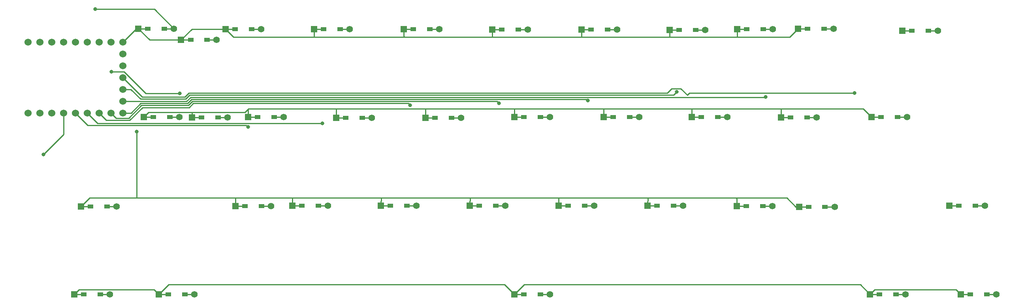
<source format=gbr>
G04 #@! TF.GenerationSoftware,KiCad,Pcbnew,7.0.8*
G04 #@! TF.CreationDate,2024-07-14T10:46:29+09:00*
G04 #@! TF.ProjectId,cool336_pcb,636f6f6c-3333-4365-9f70-63622e6b6963,rev?*
G04 #@! TF.SameCoordinates,Original*
G04 #@! TF.FileFunction,Copper,L1,Top*
G04 #@! TF.FilePolarity,Positive*
%FSLAX46Y46*%
G04 Gerber Fmt 4.6, Leading zero omitted, Abs format (unit mm)*
G04 Created by KiCad (PCBNEW 7.0.8) date 2024-07-14 10:46:29*
%MOMM*%
%LPD*%
G01*
G04 APERTURE LIST*
G04 #@! TA.AperFunction,ComponentPad*
%ADD10R,1.397000X1.397000*%
G04 #@! TD*
G04 #@! TA.AperFunction,SMDPad,CuDef*
%ADD11R,1.300000X0.950000*%
G04 #@! TD*
G04 #@! TA.AperFunction,ComponentPad*
%ADD12C,1.397000*%
G04 #@! TD*
G04 #@! TA.AperFunction,ComponentPad*
%ADD13C,1.524000*%
G04 #@! TD*
G04 #@! TA.AperFunction,ViaPad*
%ADD14C,0.800000*%
G04 #@! TD*
G04 #@! TA.AperFunction,Conductor*
%ADD15C,0.250000*%
G04 #@! TD*
G04 APERTURE END LIST*
D10*
X36410000Y-46420000D03*
D11*
X38445000Y-46420000D03*
X41995000Y-46420000D03*
D12*
X44030000Y-46420000D03*
D10*
X3370000Y-46440000D03*
D11*
X5405000Y-46440000D03*
X8955000Y-46440000D03*
D12*
X10990000Y-46440000D03*
D10*
X105690000Y-46310000D03*
D11*
X107725000Y-46310000D03*
X111275000Y-46310000D03*
D12*
X113310000Y-46310000D03*
D10*
X124740000Y-46330000D03*
D11*
X126775000Y-46330000D03*
X130325000Y-46330000D03*
D12*
X132360000Y-46330000D03*
D10*
X157220000Y-46540000D03*
D11*
X159255000Y-46540000D03*
X162805000Y-46540000D03*
D12*
X164840000Y-46540000D03*
D10*
X24800000Y-10660000D03*
D11*
X26835000Y-10660000D03*
X30385000Y-10660000D03*
D12*
X32420000Y-10660000D03*
D10*
X58070000Y-27380000D03*
D11*
X60105000Y-27380000D03*
X63655000Y-27380000D03*
D12*
X65690000Y-27380000D03*
D10*
X172455000Y-65320000D03*
D11*
X174490000Y-65320000D03*
X178040000Y-65320000D03*
D12*
X180075000Y-65320000D03*
D10*
X27110000Y-27310000D03*
D11*
X29145000Y-27310000D03*
X32695000Y-27310000D03*
D12*
X34730000Y-27310000D03*
D10*
X16825000Y-27230000D03*
D11*
X18860000Y-27230000D03*
X22410000Y-27230000D03*
D12*
X24445000Y-27230000D03*
D10*
X179355000Y-8710000D03*
D11*
X181390000Y-8710000D03*
X184940000Y-8710000D03*
D12*
X186975000Y-8710000D03*
D10*
X115320000Y-27230000D03*
D11*
X117355000Y-27230000D03*
X120905000Y-27230000D03*
D12*
X122940000Y-27230000D03*
D10*
X143950000Y-8350000D03*
D11*
X145985000Y-8350000D03*
X149535000Y-8350000D03*
D12*
X151570000Y-8350000D03*
D10*
X53290000Y-8360000D03*
D11*
X55325000Y-8360000D03*
X58875000Y-8360000D03*
D12*
X60910000Y-8360000D03*
D10*
X15645000Y-8240000D03*
D11*
X17680000Y-8240000D03*
X21230000Y-8240000D03*
D12*
X23265000Y-8240000D03*
D10*
X96230000Y-27250000D03*
D11*
X98265000Y-27250000D03*
X101815000Y-27250000D03*
D12*
X103850000Y-27250000D03*
D10*
X91460000Y-8450000D03*
D11*
X93495000Y-8450000D03*
X97045000Y-8450000D03*
D12*
X99080000Y-8450000D03*
D10*
X96250000Y-65370000D03*
D11*
X98285000Y-65370000D03*
X101835000Y-65370000D03*
D12*
X103870000Y-65370000D03*
D10*
X20035000Y-65330000D03*
D11*
X22070000Y-65330000D03*
X25620000Y-65330000D03*
D12*
X27655000Y-65330000D03*
D10*
X129530000Y-8540000D03*
D11*
X131565000Y-8540000D03*
X135115000Y-8540000D03*
D12*
X137150000Y-8540000D03*
D10*
X34340000Y-8360000D03*
D11*
X36375000Y-8360000D03*
X39925000Y-8360000D03*
D12*
X41960000Y-8360000D03*
D10*
X153380000Y-27350000D03*
D11*
X155415000Y-27350000D03*
X158965000Y-27350000D03*
D12*
X161000000Y-27350000D03*
D10*
X172745000Y-27270000D03*
D11*
X174780000Y-27270000D03*
X178330000Y-27270000D03*
D12*
X180365000Y-27270000D03*
D10*
X110610000Y-8480000D03*
D11*
X112645000Y-8480000D03*
X116195000Y-8480000D03*
D12*
X118230000Y-8480000D03*
D10*
X39140000Y-27230000D03*
D11*
X41175000Y-27230000D03*
X44725000Y-27230000D03*
D12*
X46760000Y-27230000D03*
D10*
X134230000Y-27260000D03*
D11*
X136265000Y-27260000D03*
X139815000Y-27260000D03*
D12*
X141850000Y-27260000D03*
D10*
X143850000Y-46340000D03*
D11*
X145885000Y-46340000D03*
X149435000Y-46340000D03*
D12*
X151470000Y-46340000D03*
D10*
X189430000Y-46320000D03*
D11*
X191465000Y-46320000D03*
X195015000Y-46320000D03*
D12*
X197050000Y-46320000D03*
D10*
X1930000Y-65310000D03*
D11*
X3965000Y-65310000D03*
X7515000Y-65310000D03*
D12*
X9550000Y-65310000D03*
D10*
X157040000Y-8250000D03*
D11*
X159075000Y-8250000D03*
X162625000Y-8250000D03*
D12*
X164660000Y-8250000D03*
D10*
X191920000Y-65370000D03*
D11*
X193955000Y-65370000D03*
X197505000Y-65370000D03*
D12*
X199540000Y-65370000D03*
D10*
X67630000Y-46310000D03*
D11*
X69665000Y-46310000D03*
X73215000Y-46310000D03*
D12*
X75250000Y-46310000D03*
D10*
X72500000Y-8400000D03*
D11*
X74535000Y-8400000D03*
X78085000Y-8400000D03*
D12*
X80120000Y-8400000D03*
D10*
X48670000Y-46320000D03*
D11*
X50705000Y-46320000D03*
X54255000Y-46320000D03*
D12*
X56290000Y-46320000D03*
D10*
X77140000Y-27380000D03*
D11*
X79175000Y-27380000D03*
X82725000Y-27380000D03*
D12*
X84760000Y-27380000D03*
D10*
X86670000Y-46300000D03*
D11*
X88705000Y-46300000D03*
X92255000Y-46300000D03*
D12*
X94290000Y-46300000D03*
D13*
X-8030000Y-26370000D03*
X-5490000Y-26370000D03*
X-2950000Y-26370000D03*
X-410000Y-26370000D03*
X2130000Y-26370000D03*
X4670000Y-26370000D03*
X7210000Y-26370000D03*
X9750000Y-26370000D03*
X12290000Y-26370000D03*
X12290000Y-23830000D03*
X12290000Y-21290000D03*
X12290000Y-18750000D03*
X12290000Y-16210000D03*
X12290000Y-13670000D03*
X12290000Y-11130000D03*
X9750000Y-11130000D03*
X7210000Y-11130000D03*
X4670000Y-11130000D03*
X2130000Y-11130000D03*
X-410000Y-11130000D03*
X-2950000Y-11130000D03*
X-5490000Y-11130000D03*
X-8030000Y-11130000D03*
D14*
X-4710000Y-35260000D03*
X24470000Y-22150000D03*
X9820000Y-17530000D03*
X39126250Y-29383750D03*
X15270000Y-30340000D03*
X6405000Y-4030000D03*
X55110000Y-28560000D03*
X73877500Y-24670000D03*
X92927500Y-24290000D03*
X111977500Y-23730000D03*
X169130000Y-22110000D03*
X131027500Y-21850000D03*
X150077500Y-22910000D03*
D15*
X-410000Y-30960000D02*
X-4710000Y-35260000D01*
X-410000Y-26370000D02*
X-410000Y-30960000D01*
X17220474Y-22150000D02*
X24470000Y-22150000D01*
X9820000Y-17530000D02*
X12600474Y-17530000D01*
X12600474Y-17530000D02*
X17220474Y-22150000D01*
X38752500Y-29010000D02*
X39126250Y-29383750D01*
X4770000Y-29010000D02*
X38752500Y-29010000D01*
X2130000Y-26370000D02*
X4770000Y-29010000D01*
X36440000Y-44640000D02*
X15260000Y-44640000D01*
X15270000Y-30340000D02*
X15270000Y-44630000D01*
X15270000Y-44630000D02*
X15260000Y-44640000D01*
X15260000Y-44640000D02*
X5170000Y-44640000D01*
X12290000Y-11130000D02*
X15180000Y-8240000D01*
X15180000Y-8240000D02*
X15645000Y-8240000D01*
X23265000Y-8240000D02*
X19055000Y-4030000D01*
X19055000Y-4030000D02*
X6405000Y-4030000D01*
X15645000Y-8240000D02*
X18065000Y-10660000D01*
X18065000Y-10660000D02*
X24800000Y-10660000D01*
X23265000Y-8240000D02*
X21230000Y-8240000D01*
X15645000Y-8240000D02*
X17680000Y-8240000D01*
X16825000Y-27230000D02*
X18860000Y-27230000D01*
X24445000Y-27230000D02*
X22410000Y-27230000D01*
X34730000Y-27310000D02*
X32695000Y-27310000D01*
X27110000Y-27310000D02*
X29145000Y-27310000D01*
X17843407Y-26211593D02*
X27100000Y-26211593D01*
X27100000Y-26211593D02*
X38438407Y-26211593D01*
X27110000Y-27310000D02*
X27110000Y-26221593D01*
X27110000Y-26221593D02*
X27100000Y-26211593D01*
X16825000Y-27230000D02*
X17843407Y-26211593D01*
X38438407Y-26211593D02*
X39140000Y-25510000D01*
X6860000Y-28560000D02*
X55110000Y-28560000D01*
X55110000Y-28560000D02*
X55120000Y-28560000D01*
X4670000Y-26370000D02*
X6860000Y-28560000D01*
X8747000Y-27907000D02*
X13785792Y-27907000D01*
X7210000Y-26370000D02*
X8747000Y-27907000D01*
X13785792Y-27907000D02*
X16512792Y-25180000D01*
X16512792Y-25180000D02*
X26539188Y-25180000D01*
X26539188Y-25180000D02*
X27399188Y-24320000D01*
X73527500Y-24320000D02*
X73877500Y-24670000D01*
X27399188Y-24320000D02*
X73527500Y-24320000D01*
X9750000Y-26370000D02*
X10837000Y-27457000D01*
X10837000Y-27457000D02*
X13599396Y-27457000D01*
X13599396Y-27457000D02*
X16326396Y-24730000D01*
X16326396Y-24730000D02*
X26352792Y-24730000D01*
X26352792Y-24730000D02*
X27212792Y-23870000D01*
X27212792Y-23870000D02*
X92507500Y-23870000D01*
X92507500Y-23870000D02*
X92927500Y-24290000D01*
X16140000Y-24280000D02*
X26166396Y-24280000D01*
X12290000Y-26370000D02*
X14050000Y-26370000D01*
X26166396Y-24280000D02*
X27026396Y-23420000D01*
X27026396Y-23420000D02*
X111667500Y-23420000D01*
X14050000Y-26370000D02*
X16140000Y-24280000D01*
X111667500Y-23420000D02*
X111977500Y-23730000D01*
X172745000Y-27270000D02*
X170975000Y-25500000D01*
X170975000Y-25500000D02*
X153380000Y-25500000D01*
X172745000Y-27270000D02*
X174780000Y-27270000D01*
X180365000Y-27270000D02*
X178330000Y-27270000D01*
X24230000Y-22930000D02*
X25607208Y-22930000D01*
X133290000Y-22520000D02*
X133700000Y-22110000D01*
X133700000Y-22110000D02*
X169130000Y-22110000D01*
X128950000Y-22070000D02*
X129895000Y-21125000D01*
X26467208Y-22070000D02*
X64350000Y-22070000D01*
X16200000Y-22660000D02*
X16470000Y-22930000D01*
X129895000Y-21125000D02*
X131895000Y-21125000D01*
X12290000Y-18750000D02*
X16200000Y-22660000D01*
X16470000Y-22930000D02*
X24230000Y-22930000D01*
X25607208Y-22930000D02*
X26467208Y-22070000D01*
X64350000Y-22070000D02*
X128950000Y-22070000D01*
X131895000Y-21125000D02*
X133290000Y-22520000D01*
X12290000Y-21290000D02*
X14040000Y-21290000D01*
X14040000Y-21290000D02*
X16130000Y-23380000D01*
X16130000Y-23380000D02*
X25793604Y-23380000D01*
X25793604Y-23380000D02*
X26653604Y-22520000D01*
X26653604Y-22520000D02*
X130357500Y-22520000D01*
X130357500Y-22520000D02*
X131027500Y-21850000D01*
X12290000Y-23830000D02*
X25980000Y-23830000D01*
X25980000Y-23830000D02*
X26840000Y-22970000D01*
X155220000Y-10070000D02*
X143970000Y-10070000D01*
X143970000Y-10070000D02*
X129410000Y-10070000D01*
X143950000Y-8350000D02*
X143950000Y-10050000D01*
X143950000Y-10050000D02*
X143970000Y-10070000D01*
X110710000Y-10070000D02*
X129410000Y-10070000D01*
X129410000Y-10070000D02*
X129530000Y-10070000D01*
X157040000Y-8250000D02*
X155220000Y-10070000D01*
X179355000Y-8710000D02*
X181390000Y-8710000D01*
X186975000Y-8710000D02*
X184940000Y-8710000D01*
X143850000Y-46340000D02*
X143850000Y-44790000D01*
X143850000Y-44790000D02*
X143700000Y-44640000D01*
X157220000Y-46540000D02*
X156521500Y-46540000D01*
X156521500Y-46540000D02*
X154621500Y-44640000D01*
X154621500Y-44640000D02*
X143700000Y-44640000D01*
X185650000Y-64301593D02*
X173473407Y-64301593D01*
X190851593Y-64301593D02*
X185650000Y-64301593D01*
X197050000Y-46320000D02*
X195015000Y-46320000D01*
X189430000Y-46320000D02*
X191465000Y-46320000D01*
X20035000Y-65330000D02*
X18996593Y-64291593D01*
X18996593Y-64291593D02*
X2948407Y-64291593D01*
X2948407Y-64291593D02*
X1930000Y-65310000D01*
X96250000Y-65370000D02*
X94112535Y-63232535D01*
X94112535Y-63232535D02*
X22132465Y-63232535D01*
X22132465Y-63232535D02*
X20035000Y-65330000D01*
X172455000Y-65320000D02*
X170397535Y-63262535D01*
X98357465Y-63262535D02*
X96250000Y-65370000D01*
X170397535Y-63262535D02*
X98357465Y-63262535D01*
X191920000Y-65370000D02*
X190851593Y-64301593D01*
X173473407Y-64301593D02*
X172455000Y-65320000D01*
X103870000Y-65370000D02*
X101835000Y-65370000D01*
X96250000Y-65370000D02*
X98285000Y-65370000D01*
X172455000Y-65320000D02*
X174490000Y-65320000D01*
X180075000Y-65320000D02*
X178040000Y-65320000D01*
X191920000Y-65370000D02*
X193955000Y-65370000D01*
X199540000Y-65370000D02*
X197505000Y-65370000D01*
X48700000Y-44640000D02*
X36440000Y-44640000D01*
X36410000Y-46420000D02*
X36410000Y-44670000D01*
X36410000Y-44670000D02*
X36440000Y-44640000D01*
X5170000Y-44640000D02*
X3370000Y-46440000D01*
X48700000Y-44640000D02*
X67680000Y-44640000D01*
X48670000Y-46320000D02*
X48670000Y-44670000D01*
X48670000Y-44670000D02*
X48700000Y-44640000D01*
X20035000Y-65330000D02*
X22070000Y-65330000D01*
X27655000Y-65330000D02*
X25620000Y-65330000D01*
X10990000Y-46440000D02*
X8955000Y-46440000D01*
X3370000Y-46440000D02*
X5405000Y-46440000D01*
X9550000Y-65310000D02*
X7515000Y-65310000D01*
X1930000Y-65310000D02*
X3965000Y-65310000D01*
X53290000Y-8360000D02*
X53290000Y-10010000D01*
X129530000Y-8540000D02*
X131565000Y-8540000D01*
X72500000Y-9890000D02*
X72680000Y-10070000D01*
X91460000Y-8450000D02*
X93495000Y-8450000D01*
X129530000Y-8540000D02*
X129530000Y-10070000D01*
X24800000Y-10660000D02*
X27100000Y-8360000D01*
X34340000Y-8360000D02*
X36050000Y-10070000D01*
X53290000Y-10010000D02*
X53350000Y-10070000D01*
X27100000Y-8360000D02*
X34340000Y-8360000D01*
X34340000Y-8360000D02*
X36375000Y-8360000D01*
X53350000Y-10070000D02*
X72680000Y-10070000D01*
X143950000Y-8350000D02*
X145985000Y-8350000D01*
X110610000Y-9970000D02*
X110710000Y-10070000D01*
X110610000Y-8480000D02*
X110610000Y-9970000D01*
X72500000Y-8400000D02*
X74535000Y-8400000D01*
X53290000Y-8360000D02*
X55325000Y-8360000D01*
X91460000Y-10000000D02*
X91530000Y-10070000D01*
X91530000Y-10070000D02*
X110710000Y-10070000D01*
X36050000Y-10070000D02*
X53350000Y-10070000D01*
X110610000Y-8480000D02*
X112645000Y-8480000D01*
X24800000Y-10660000D02*
X26835000Y-10660000D01*
X72680000Y-10070000D02*
X91530000Y-10070000D01*
X72500000Y-8400000D02*
X72500000Y-9890000D01*
X157040000Y-8250000D02*
X159075000Y-8250000D01*
X91460000Y-8450000D02*
X91460000Y-10000000D01*
X134230000Y-27260000D02*
X136265000Y-27260000D01*
X96230000Y-25540000D02*
X96270000Y-25500000D01*
X58070000Y-25530000D02*
X58100000Y-25500000D01*
X77140000Y-25510000D02*
X77130000Y-25500000D01*
X39140000Y-27230000D02*
X39140000Y-25510000D01*
X115320000Y-27230000D02*
X117355000Y-27230000D01*
X77130000Y-25500000D02*
X58100000Y-25500000D01*
X153380000Y-25500000D02*
X134240000Y-25500000D01*
X153380000Y-27350000D02*
X153380000Y-25500000D01*
X96270000Y-25500000D02*
X77130000Y-25500000D01*
X77140000Y-27380000D02*
X77140000Y-25510000D01*
X115300000Y-25500000D02*
X96270000Y-25500000D01*
X96230000Y-27250000D02*
X98265000Y-27250000D01*
X96230000Y-27250000D02*
X96230000Y-25540000D01*
X115320000Y-27230000D02*
X115320000Y-25520000D01*
X58070000Y-27380000D02*
X58070000Y-25530000D01*
X115320000Y-25520000D02*
X115300000Y-25500000D01*
X39140000Y-27230000D02*
X41175000Y-27230000D01*
X134230000Y-25510000D02*
X134240000Y-25500000D01*
X134240000Y-25500000D02*
X115300000Y-25500000D01*
X58070000Y-27380000D02*
X60105000Y-27380000D01*
X134230000Y-27260000D02*
X134230000Y-25510000D01*
X39140000Y-25510000D02*
X39130000Y-25500000D01*
X58100000Y-25500000D02*
X39130000Y-25500000D01*
X153380000Y-27350000D02*
X155415000Y-27350000D01*
X77140000Y-27380000D02*
X79175000Y-27380000D01*
X124740000Y-46330000D02*
X124740000Y-45401593D01*
X48670000Y-46320000D02*
X50705000Y-46320000D01*
X86670000Y-46300000D02*
X86670000Y-45301593D01*
X124740000Y-45401593D02*
X124860000Y-45281593D01*
X124740000Y-46330000D02*
X126775000Y-46330000D01*
X36410000Y-46420000D02*
X38445000Y-46420000D01*
X86670000Y-45301593D02*
X86710000Y-45261593D01*
X105690000Y-45311593D02*
X105660000Y-45281593D01*
X86670000Y-46300000D02*
X88705000Y-46300000D01*
X157220000Y-46540000D02*
X159255000Y-46540000D01*
X67680000Y-45251593D02*
X67680000Y-44640000D01*
X86710000Y-45261593D02*
X86710000Y-44640000D01*
X105690000Y-46310000D02*
X105690000Y-45311593D01*
X124850000Y-44640000D02*
X143950000Y-44640000D01*
X105690000Y-46310000D02*
X107725000Y-46310000D01*
X124850000Y-45271593D02*
X124850000Y-44640000D01*
X143850000Y-46340000D02*
X145885000Y-46340000D01*
X105660000Y-45281593D02*
X105690000Y-45251593D01*
X124860000Y-45281593D02*
X124850000Y-45271593D01*
X67680000Y-44640000D02*
X86710000Y-44640000D01*
X86710000Y-44640000D02*
X105690000Y-44640000D01*
X67630000Y-46310000D02*
X69665000Y-46310000D01*
X67630000Y-46310000D02*
X67630000Y-45301593D01*
X67630000Y-45301593D02*
X67680000Y-45251593D01*
X105690000Y-45251593D02*
X105690000Y-44640000D01*
X143850000Y-46340000D02*
X143850000Y-45341593D01*
X105690000Y-44640000D02*
X124850000Y-44640000D01*
X26840000Y-22970000D02*
X150017500Y-22970000D01*
X150017500Y-22970000D02*
X150077500Y-22910000D01*
X32420000Y-10660000D02*
X30385000Y-10660000D01*
X41960000Y-8360000D02*
X39925000Y-8360000D01*
X60910000Y-8360000D02*
X58875000Y-8360000D01*
X80120000Y-8400000D02*
X78085000Y-8400000D01*
X99080000Y-8450000D02*
X97045000Y-8450000D01*
X118230000Y-8480000D02*
X116195000Y-8480000D01*
X137150000Y-8540000D02*
X135115000Y-8540000D01*
X151570000Y-8350000D02*
X149535000Y-8350000D01*
X164660000Y-8250000D02*
X162625000Y-8250000D01*
X46760000Y-27230000D02*
X44725000Y-27230000D01*
X65690000Y-27380000D02*
X63655000Y-27380000D01*
X84760000Y-27380000D02*
X82725000Y-27380000D01*
X103850000Y-27250000D02*
X101815000Y-27250000D01*
X122940000Y-27230000D02*
X120905000Y-27230000D01*
X141850000Y-27260000D02*
X139815000Y-27260000D01*
X161000000Y-27350000D02*
X158965000Y-27350000D01*
X44030000Y-46420000D02*
X41995000Y-46420000D01*
X56290000Y-46320000D02*
X54255000Y-46320000D01*
X75250000Y-46310000D02*
X73215000Y-46310000D01*
X94290000Y-46300000D02*
X92255000Y-46300000D01*
X113310000Y-46310000D02*
X111275000Y-46310000D01*
X132360000Y-46330000D02*
X130325000Y-46330000D01*
X151470000Y-46340000D02*
X149435000Y-46340000D01*
X164840000Y-46540000D02*
X162805000Y-46540000D01*
M02*

</source>
